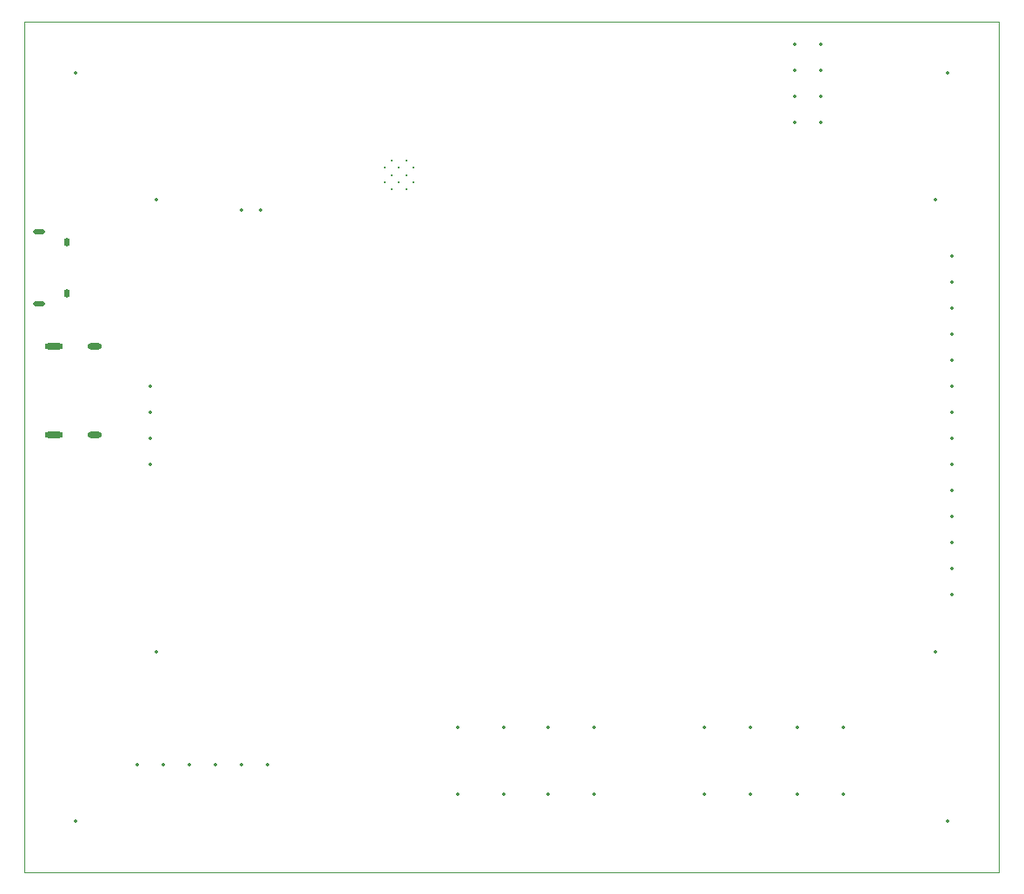
<source format=gko>
%TF.GenerationSoftware,KiCad,Pcbnew,9.0.2*%
%TF.CreationDate,2025-12-02T18:06:08+01:00*%
%TF.ProjectId,stacja_pogody_modu__wew,73746163-6a61-45f7-906f-676f64795f6d,rev?*%
%TF.SameCoordinates,Original*%
%TF.FileFunction,Profile,NP*%
%FSLAX46Y46*%
G04 Gerber Fmt 4.6, Leading zero omitted, Abs format (unit mm)*
G04 Created by KiCad (PCBNEW 9.0.2) date 2025-12-02 18:06:08*
%MOMM*%
%LPD*%
G01*
G04 APERTURE LIST*
%TA.AperFunction,Profile*%
%ADD10C,0.050000*%
%TD*%
%ADD11C,0.350000*%
%ADD12O,1.150000X0.500000*%
%ADD13O,0.550000X0.850000*%
%ADD14C,0.200000*%
%ADD15O,1.400000X0.600000*%
%ADD16O,1.800000X0.600000*%
G04 APERTURE END LIST*
D10*
X95000000Y-53000000D02*
X190000000Y-53000000D01*
X190000000Y-136000000D01*
X95000000Y-136000000D01*
X95000000Y-53000000D01*
D11*
X107265200Y-96216900D03*
X107265200Y-93676900D03*
X107265200Y-91136900D03*
X107265200Y-88596900D03*
X185363572Y-108916620D03*
X185363572Y-106376620D03*
X185363572Y-103836620D03*
X185363572Y-101296620D03*
X185363572Y-98756620D03*
X185363572Y-96216620D03*
X185363572Y-93676620D03*
X185363572Y-91136620D03*
X185363572Y-88596620D03*
X185363572Y-86056620D03*
X185363572Y-83516620D03*
X185363572Y-80976620D03*
X185363572Y-78436620D03*
X185363572Y-75896620D03*
X183764844Y-114492077D03*
X183758501Y-70404566D03*
X107865200Y-70391900D03*
X107864844Y-114492077D03*
D12*
X96400000Y-80500000D03*
D13*
X99100000Y-79500000D03*
X99100000Y-74500000D03*
D12*
X96400000Y-73500000D03*
D11*
X185000000Y-58000000D03*
X185000000Y-131000000D03*
X100000000Y-131000000D03*
X100000000Y-58000000D03*
D14*
X130100000Y-67260000D03*
X130100000Y-68660000D03*
X130800000Y-66560000D03*
X130800000Y-67960000D03*
X130800000Y-69360000D03*
X131500000Y-67260000D03*
X131500000Y-68660000D03*
X132200000Y-66560000D03*
X132200000Y-67960000D03*
X132200000Y-69360000D03*
X132900000Y-67260000D03*
X132900000Y-68660000D03*
D11*
X116100000Y-71345000D03*
X118000000Y-71345000D03*
X170039700Y-55233400D03*
X172579700Y-55233400D03*
X170039700Y-57773400D03*
X172579700Y-57773400D03*
X170039700Y-60313400D03*
X172579700Y-60313400D03*
X170039700Y-62853400D03*
X172579700Y-62853400D03*
X170350000Y-121875000D03*
X170350000Y-128375000D03*
X174850000Y-121875000D03*
X174850000Y-128375000D03*
X161250000Y-121875000D03*
X161250000Y-128375000D03*
X165750000Y-121875000D03*
X165750000Y-128375000D03*
X141696000Y-128345000D03*
X141696000Y-121845000D03*
X137196000Y-128345000D03*
X137196000Y-121845000D03*
X105968800Y-125450600D03*
X108508800Y-125450600D03*
X111048800Y-125450600D03*
X113588800Y-125450600D03*
X116128800Y-125450600D03*
X118668800Y-125450600D03*
X150496000Y-128345000D03*
X150496000Y-121845000D03*
X145996000Y-128345000D03*
X145996000Y-121845000D03*
D15*
X101805000Y-84680000D03*
D16*
X97825000Y-84680000D03*
D15*
X101805000Y-93320000D03*
D16*
X97825000Y-93320000D03*
M02*

</source>
